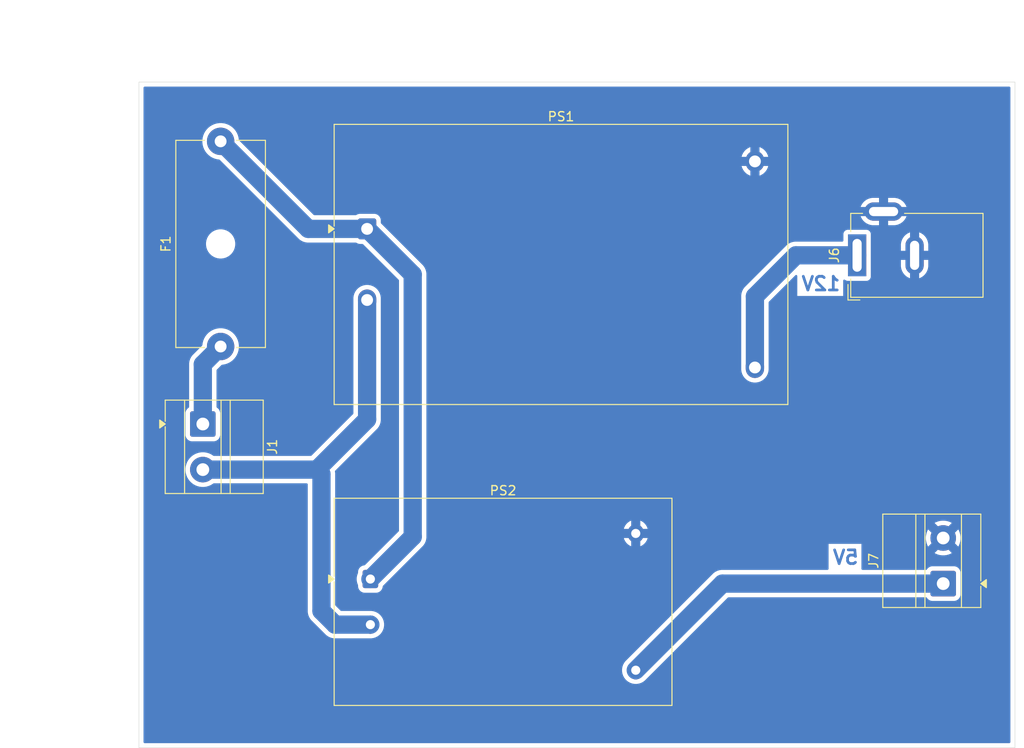
<source format=kicad_pcb>
(kicad_pcb (version 20241229) (generator "pcbnew") (generator_version "9.0")
  (layers (0 "F.Cu" signal) (2 "B.Cu" signal) (13 "F.Paste" user) (15 "B.Paste" user) (5 "F.SilkS" user "F.Silkscreen") (7 "B.SilkS" user "B.Silkscreen") (1 "F.Mask" user) (3 "B.Mask" user) (25 "Edge.Cuts" user))
  (net 0 "")
  (net 1 "+12V")
  (net 2 "GND")
  (net 3 "+5V")
  (net 4 "Net-(J1-Pin_2)")
  (net 5 "Net-(J1-Pin_1)")
  (net 6 "Net-(PS1-AC{slash}L)")
  (footprint "Converter_ACDC:Converter_ACDC_Hi-Link_HLK-PMxx" (layer "F.Cu") (at 110.3625 115.5)
    (property "Reference" "PS2" (at 14.54 -9.7 0) (layer "F.SilkS"))
    (property "Value" "HLK-PM01")
    (fp_line (start -3.97 -8.86) (end 33.05 -8.86) (stroke (width 0.12)) (layer "F.SilkS"))
    (fp_line (start -3.97 -0.296) (end -3.97 -8.86) (stroke (width 0.12)) (layer "F.SilkS"))
    (fp_line (start -3.97 13.86) (end -3.97 0.296) (stroke (width 0.12)) (layer "F.SilkS"))
    (fp_line (start 33.05 -8.86) (end 33.05 13.86) (stroke (width 0.12)) (layer "F.SilkS"))
    (fp_line (start 33.05 13.86) (end -3.97 13.86) (stroke (width 0.12)) (layer "F.SilkS"))
    (fp_poly (pts (xy -3.97 0) (xy -4.58 0.44) (xy -4.58 -0.44)) (stroke (width 0.12)) (fill yes) (layer "F.SilkS"))
    (pad "1" thru_hole roundrect (at 0 0) (size 1.7 2) (drill 1) (layers "*.Cu" "*.Mask") (roundrect_rratio 0.147059) (net 6 "Net-(PS1-AC{slash}L)"))
    (pad "2" thru_hole oval (at 0 5) (size 1.7 2) (drill 1) (layers "*.Cu" "*.Mask") (net 4 "Net-(J1-Pin_2)"))
    (pad "3" thru_hole oval (at 29.08 -5) (size 1.7 2) (drill 1) (layers "*.Cu" "*.Mask") (net 2 "GND"))
    (pad "4" thru_hole oval (at 29.08 10) (size 1.7 2) (drill 1) (layers "*.Cu" "*.Mask") (net 3 "+5V"))
  )
  (footprint "Connector_BarrelJack:BarrelJack_GCT_DCJ200-10-A_Horizontal" (layer "F.Cu") (at 163.7 80 90)
    (property "Reference" "J6" (at 0 -2.5 90) (layer "F.SilkS"))
    (property "Value" "Barrel_Jack_Switch")
    (fp_line (start -3.2 -1) (end -4.9 -1) (stroke (width 0.12)) (layer "F.SilkS"))
    (fp_line (start -4.9 -1) (end -4.9 0.3) (stroke (width 0.12)) (layer "F.SilkS"))
    (fp_line (start 4.6 -0.7) (end 4.6 0.6) (stroke (width 0.12)) (layer "F.SilkS"))
    (fp_line (start 2.6 -0.7) (end 4.6 -0.7) (stroke (width 0.12)) (layer "F.SilkS"))
    (fp_line (start -4.6 -0.7) (end -2.6 -0.7) (stroke (width 0.12)) (layer "F.SilkS"))
    (fp_line (start 4.6 5.2) (end 4.6 13.8) (stroke (width 0.12)) (layer "F.SilkS"))
    (fp_line (start 4.6 13.8) (end -4.6 13.8) (stroke (width 0.12)) (layer "F.SilkS"))
    (fp_line (start -4.6 13.8) (end -4.6 -0.7) (stroke (width 0.12)) (layer "F.SilkS"))
    (pad "1" thru_hole rect (at 0 0 90) (size 4.6 2) (drill oval 3.6 1) (layers "*.Cu" "*.Mask") (net 1 "+12V"))
    (pad "2" thru_hole oval (at 0 6.3 90) (size 4.2 2) (drill oval 3.2 1) (layers "*.Cu" "*.Mask") (net 2 "GND"))
    (pad "3" thru_hole oval (at 4.8 2.9 90) (size 2 4.2) (drill oval 1 3.2) (layers "*.Cu" "*.Mask") (net 2 "GND"))
  )
  (footprint "TerminalBlock_MetzConnect:TerminalBlock_MetzConnect_Type011_RT05502HBLC_1x02_P5.00mm_Horizontal" (layer "F.Cu") (at 92 98.5 -90)
    (property "Reference" "J1" (at 2.5 -7.62 90) (layer "F.SilkS"))
    (property "Value" "Terminal_01x02")
    (fp_line (start -2.62 4.12) (end -2.62 -6.62) (stroke (width 0.12)) (layer "F.SilkS"))
    (fp_line (start -0.3 4.12) (end -2.62 4.12) (stroke (width 0.12)) (layer "F.SilkS"))
    (fp_line (start 7.62 4.12) (end 0.3 4.12) (stroke (width 0.12)) (layer "F.SilkS"))
    (fp_line (start -2.62 2) (end 7.62 2) (stroke (width 0.12)) (layer "F.SilkS"))
    (fp_line (start -2.62 -2) (end 7.62 -2) (stroke (width 0.12)) (layer "F.SilkS"))
    (fp_line (start -2.62 -3) (end 7.62 -3) (stroke (width 0.12)) (layer "F.SilkS"))
    (fp_line (start -2.62 -6.62) (end 7.62 -6.62) (stroke (width 0.12)) (layer "F.SilkS"))
    (fp_line (start 7.62 -6.62) (end 7.62 4.12) (stroke (width 0.12)) (layer "F.SilkS"))
    (fp_poly (pts (xy 0 4.12) (xy 0.44 4.73) (xy -0.44 4.73)) (stroke (width 0.12)) (fill yes) (layer "F.SilkS"))
    (pad "1" thru_hole roundrect (at 0 0 270) (size 2.8 2.8) (drill 1.4) (layers "*.Cu" "*.Mask") (roundrect_rratio 0.089286) (net 5 "Net-(J1-Pin_1)"))
    (pad "2" thru_hole circle (at 5 0 270) (size 2.8 2.8) (drill 1.4) (layers "*.Cu" "*.Mask") (net 4 "Net-(J1-Pin_2)"))
  )
  (footprint "Converter_ACDC:Converter_ACDC_Hi-Link_HLK-10Mxx" (layer "F.Cu") (at 110.0025 77.1)
    (property "Reference" "PS1" (at 21.25 -12.31 0) (layer "F.SilkS"))
    (property "Value" "HLK-10M12")
    (fp_line (start -3.61 -11.46) (end 46.11 -11.46) (stroke (width 0.12)) (layer "F.SilkS"))
    (fp_line (start -3.61 -0.296) (end -3.61 -11.46) (stroke (width 0.12)) (layer "F.SilkS"))
    (fp_line (start -3.61 19.26) (end -3.61 0.296) (stroke (width 0.12)) (layer "F.SilkS"))
    (fp_line (start 46.11 -11.46) (end 46.11 19.26) (stroke (width 0.12)) (layer "F.SilkS"))
    (fp_line (start 46.11 19.26) (end -3.61 19.26) (stroke (width 0.12)) (layer "F.SilkS"))
    (fp_poly (pts (xy -3.61 0) (xy -4.22 0.44) (xy -4.22 -0.44)) (stroke (width 0.12)) (fill yes) (layer "F.SilkS"))
    (pad "1" thru_hole roundrect (at 0 0) (size 2 2.3) (drill 1.3) (layers "*.Cu" "*.Mask") (roundrect_rratio 0.125) (net 6 "Net-(PS1-AC{slash}L)"))
    (pad "2" thru_hole oval (at 0 7.8) (size 2 2.3) (drill 1.3) (layers "*.Cu" "*.Mask") (net 4 "Net-(J1-Pin_2)"))
    (pad "3" thru_hole oval (at 42.5 -7.4) (size 2 2.3) (drill 1.3) (layers "*.Cu" "*.Mask") (net 2 "GND"))
    (pad "4" thru_hole oval (at 42.5 15.2) (size 2 2.3) (drill 1.3) (layers "*.Cu" "*.Mask") (net 1 "+12V"))
  )
  (footprint "Fuse:Fuseholder_Cylinder-5x20mm_Schurter_0031_8201_Horizontal_Open" (layer "F.Cu") (at 93.95 90 90)
    (property "Reference" "F1" (at 11.25 -6 90) (layer "F.SilkS"))
    (property "Value" "Fuse")
    (fp_line (start -0.11 -4.91) (end 22.61 -4.91) (stroke (width 0.12)) (layer "F.SilkS"))
    (fp_line (start 22.61 -1.75) (end 22.61 -4.91) (stroke (width 0.12)) (layer "F.SilkS"))
    (fp_line (start -0.11 -1.75) (end -0.11 -4.91) (stroke (width 0.12)) (layer "F.SilkS"))
    (fp_line (start 22.61 4.91) (end 22.61 1.75) (stroke (width 0.12)) (layer "F.SilkS"))
    (fp_line (start -0.11 4.91) (end -0.11 1.75) (stroke (width 0.12)) (layer "F.SilkS"))
    (fp_line (start -0.11 4.91) (end 22.61 4.91) (stroke (width 0.12)) (layer "F.SilkS"))
    (pad "" np_thru_hole circle (at 11.25 0 90) (size 2.7 2.7) (drill 2.7) (layers "*.Cu" "*.Mask"))
    (pad "1" thru_hole circle (at 0 0 90) (size 3 3) (drill 1.3) (layers "*.Cu" "*.Mask") (net 5 "Net-(J1-Pin_1)"))
    (pad "2" thru_hole circle (at 22.5 0 90) (size 3 3) (drill 1.3) (layers "*.Cu" "*.Mask") (net 6 "Net-(PS1-AC{slash}L)"))
  )
  (footprint "TerminalBlock_MetzConnect:TerminalBlock_MetzConnect_Type011_RT05502HBLC_1x02_P5.00mm_Horizontal" (layer "F.Cu") (at 173.135 116 90)
    (property "Reference" "J7" (at 2.5 -7.62 90) (layer "F.SilkS"))
    (property "Value" "Terminal_01x02")
    (fp_line (start 7.62 -6.62) (end 7.62 4.12) (stroke (width 0.12)) (layer "F.SilkS"))
    (fp_line (start -2.62 -6.62) (end 7.62 -6.62) (stroke (width 0.12)) (layer "F.SilkS"))
    (fp_line (start -2.62 -3) (end 7.62 -3) (stroke (width 0.12)) (layer "F.SilkS"))
    (fp_line (start -2.62 -2) (end 7.62 -2) (stroke (width 0.12)) (layer "F.SilkS"))
    (fp_line (start -2.62 2) (end 7.62 2) (stroke (width 0.12)) (layer "F.SilkS"))
    (fp_line (start 7.62 4.12) (end 0.3 4.12) (stroke (width 0.12)) (layer "F.SilkS"))
    (fp_line (start -0.3 4.12) (end -2.62 4.12) (stroke (width 0.12)) (layer "F.SilkS"))
    (fp_line (start -2.62 4.12) (end -2.62 -6.62) (stroke (width 0.12)) (layer "F.SilkS"))
    (fp_poly (pts (xy 0 4.12) (xy 0.44 4.73) (xy -0.44 4.73)) (stroke (width 0.12)) (fill yes) (layer "F.SilkS"))
    (pad "1" thru_hole roundrect (at 0 0 90) (size 2.8 2.8) (drill 1.4) (layers "*.Cu" "*.Mask") (roundrect_rratio 0.089286) (net 3 "+5V"))
    (pad "2" thru_hole circle (at 5 0 90) (size 2.8 2.8) (drill 1.4) (layers "*.Cu" "*.Mask") (net 2 "GND"))
  )
  (gr_rect (start 85 61) (end 181 134) (stroke (width 0.05)) (fill no) (layer "Edge.Cuts"))
  (gr_text "12V" (at 162 84 0) (layer "B.Cu") (effects (font (size 1.5 1.5) (thickness 0.3) (bold yes)) (justify left bottom mirror)))
  (gr_text "5V" (at 164 114 0) (layer "B.Cu") (effects (font (size 1.5 1.5) (thickness 0.3) (bold yes)) (justify left bottom mirror)))
  (segment (start 157 80) (end 152.5025 84.4975) (width 2) (layer "B.Cu") (net 1))
  (segment (start 163.7 80) (end 157 80) (width 2) (layer "B.Cu") (net 1))
  (segment (start 152.5025 84.4975) (end 152.5025 92.3) (width 2) (layer "B.Cu") (net 1))
  (segment (start 173.135 116) (end 148.9425 116) (width 2) (layer "B.Cu") (net 3))
  (segment (start 148.9425 116) (end 139.4425 125.5) (width 2) (layer "B.Cu") (net 3))
  (segment (start 106.5 120.5) (end 105 119) (width 2) (layer "B.Cu") (net 4))
  (segment (start 110.3625 120.5) (end 106.5 120.5) (width 2) (layer "B.Cu") (net 4))
  (segment (start 105 119) (end 105 104) (width 2) (layer "B.Cu") (net 4))
  (segment (start 105 104) (end 104.5 103.5) (width 2) (layer "B.Cu") (net 4))
  (segment (start 104.5 103.5) (end 110.0025 97.9975) (width 2) (layer "B.Cu") (net 4))
  (segment (start 110.0025 97.9975) (end 110.0025 84.9) (width 2) (layer "B.Cu") (net 4))
  (segment (start 92 103.5) (end 104.5 103.5) (width 2) (layer "B.Cu") (net 4))
  (segment (start 92 98.5) (end 92 91.95) (width 2) (layer "B.Cu") (net 5))
  (segment (start 92 91.95) (end 93.95 90) (width 2) (layer "B.Cu") (net 5))
  (segment (start 110.0025 77.1) (end 103.55 77.1) (width 2) (layer "B.Cu") (net 6))
  (segment (start 115 110.8625) (end 110.3625 115.5) (width 2) (layer "B.Cu") (net 6))
  (segment (start 115 82.0975) (end 115 110.8625) (width 2) (layer "B.Cu") (net 6))
  (segment (start 110.0025 77.1) (end 115 82.0975) (width 2) (layer "B.Cu") (net 6))
  (segment (start 103.55 77.1) (end 93.95 67.5) (width 2) (layer "B.Cu") (net 6))
  (zone (net 2) (net_name "GND") (layer "B.Cu") (connect_pads (clearance 0.5)) (min_thickness 0.25) (fill yes (thermal_gap 0.5) (thermal_bridge_width 1))
    (polygon (pts (xy 85 61) (xy 182 61) (xy 182 134) (xy 85 134)))
  )
)
</source>
